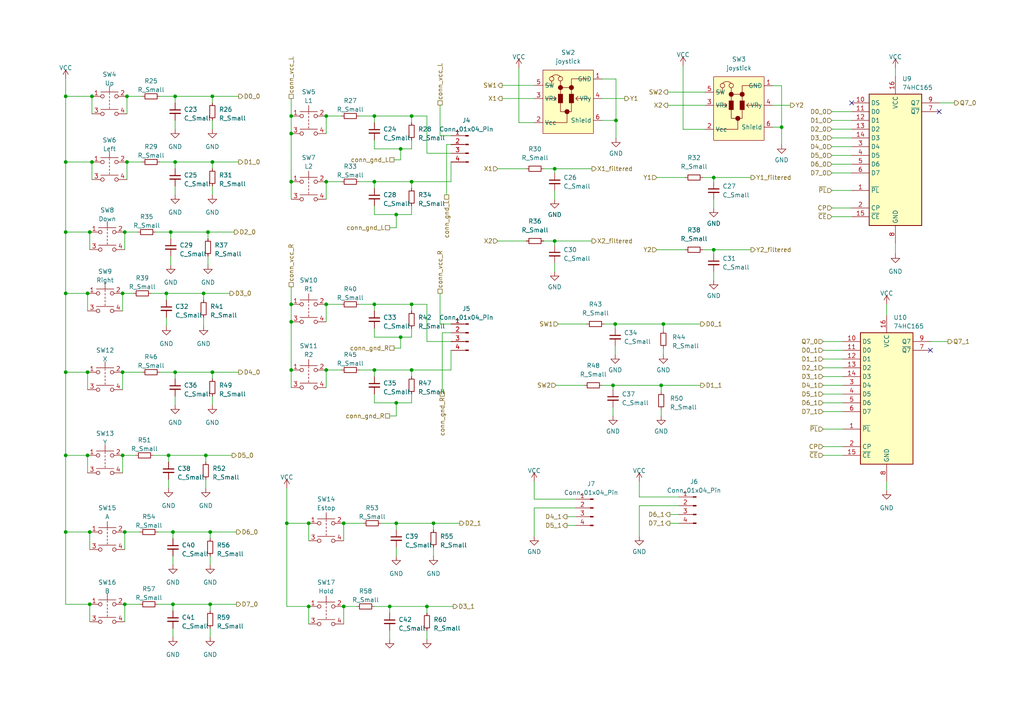
<source format=kicad_sch>
(kicad_sch (version 20231120) (generator "eeschema") (generator_version "8.0")
  (paper "A4")
  (lib_symbols
    (symbol "74xx:74HC165"
      (property "Reference" "U" (at -7.62 19.05 0))
      (property "Value" "74HC165" (at -7.62 -21.59 0))
      (symbol "74HC165_1_0"
        (pin input line (at -12.7 -10.16 0) (length 5.08) (name "~{PL}") (number "1"))
        (pin input line (at -12.7 15.24 0) (length 5.08) (name "DS") (number "10"))
        (pin input line (at -12.7 12.7 0) (length 5.08) (name "D0") (number "11"))
        (pin input line (at -12.7 10.16 0) (length 5.08) (name "D1") (number "12"))
        (pin input line (at -12.7 7.62 0) (length 5.08) (name "D2") (number "13"))
        (pin input line (at -12.7 5.08 0) (length 5.08) (name "D3") (number "14"))
        (pin input line (at -12.7 -17.78 0) (length 5.08) (name "~{CE}") (number "15"))
        (pin power_in line (at 0 22.86 270) (length 5.08) (name "VCC") (number "16"))
        (pin input line (at -12.7 -15.24 0) (length 5.08) (name "CP") (number "2"))
        (pin input line (at -12.7 2.54 0) (length 5.08) (name "D4") (number "3"))
        (pin input line (at -12.7 0 0) (length 5.08) (name "D5") (number "4"))
        (pin input line (at -12.7 -2.54 0) (length 5.08) (name "D6") (number "5"))
        (pin input line (at -12.7 -5.08 0) (length 5.08) (name "D7") (number "6"))
        (pin output line (at 12.7 12.7 180) (length 5.08) (name "~{Q7}") (number "7"))
        (pin power_in line (at 0 -25.4 90) (length 5.08) (name "GND") (number "8"))
        (pin output line (at 12.7 15.24 180) (length 5.08) (name "Q7") (number "9"))
      )
    )
    (symbol "Connector:Conn_01x04_Pin" (pin_names (offset 1.016) hide)
      (property "Reference" "J" (at 0 5.08 0))
      (property "Value" "Conn_01x04_Pin" (at 0 -7.62 0))
      (symbol "Conn_01x04_Pin_1_1"
        (pin passive line (at 5.08 2.54 180) (length 3.81) (name "Pin_1") (number "1"))
        (pin passive line (at 5.08 0 180) (length 3.81) (name "Pin_2") (number "2"))
        (pin passive line (at 5.08 -2.54 180) (length 3.81) (name "Pin_3") (number "3"))
        (pin passive line (at 5.08 -5.08 180) (length 3.81) (name "Pin_4") (number "4"))
      )
    )
    (symbol "Device:C_Small" (pin_numbers hide) (pin_names (offset 0.254) hide)
      (property "Reference" "C" (at 0.254 1.778 0))
      (property "Value" "C_Small" (at 0.254 -2.032 0))
      (symbol "C_Small_1_1"
        (pin passive line (at 0 2.54 270) (length 2.032) (name "~") (number "1"))
        (pin passive line (at 0 -2.54 90) (length 2.032) (name "~") (number "2"))
      )
    )
    (symbol "Device:R_Small" (pin_numbers hide) (pin_names (offset 0.254) hide)
      (property "Reference" "R" (at 0.762 0.508 0))
      (property "Value" "R_Small" (at 0.762 -1.016 0))
      (symbol "R_Small_1_1"
        (pin passive line (at 0 2.54 270) (length 0.762) (name "~") (number "1"))
        (pin passive line (at 0 -2.54 90) (length 0.762) (name "~") (number "2"))
      )
    )
    (symbol "IVE:joystick"
      (property "Reference" "SW" (at 1.27 5.08 0))
      (property "Value" "joystick" (at 3.81 2.54 0))
      (symbol "joystick_1_1"
        (pin input line (at 17.1704 -2.5908 180) (length 2.54) (name "GND") (number "1"))
        (pin input line (at -2.54 -15.24 0) (length 2.54) (name "Vcc") (number "2"))
        (pin output line (at -2.54 -8.255 0) (length 2.54) (name "VRx") (number "3"))
        (pin output line (at 17.145 -8.255 180) (length 2.54) (name "VRy") (number "4"))
        (pin output line (at -2.54 -4.445 0) (length 2.54) (name "SW") (number "5"))
        (pin passive line (at 17.145 -14.605 180) (length 2.54) (name "Shield") (number "6"))
      )
    )
    (symbol "Switch:SW_Push_Dual" (pin_names (offset 1.016) hide)
      (property "Reference" "SW" (at 1.27 2.54 0))
      (property "Value" "SW_Push_Dual" (at 0 -6.858 0))
      (symbol "SW_Push_Dual_0_1"
        (pin passive line (at -5.08 0 0) (length 2.54) (name "1") (number "1"))
        (pin passive line (at 5.08 0 180) (length 2.54) (name "2") (number "2"))
        (pin passive line (at -5.08 -5.08 0) (length 2.54) (name "3") (number "3"))
        (pin passive line (at 5.08 -5.08 180) (length 2.54) (name "4") (number "4"))
      )
    )
    (symbol "power:GND" (power) (pin_names (offset 0))
      (property "Value" "GND" (at 0 -3.81 0))
      (symbol "GND_1_1"
        (pin power_in line (at 0 0 270) (length 0) hide (name "GND") (number "1"))
      )
    )
    (symbol "power:VCC" (power) (pin_names (offset 0))
      (property "Value" "VCC" (at 0 3.81 0))
      (symbol "VCC_1_1"
        (pin power_in line (at 0 0 90) (length 0) hide (name "VCC") (number "1"))
      )
    )
  )
  (junction (at 59.055 85.09))
  (junction (at 119.38 88.265))
  (junction (at 108.585 88.265))
  (junction (at 61.595 27.94))
  (junction (at 36.195 175.26))
  (junction (at 125.73 151.765))
  (junction (at 94.615 33.655))
  (junction (at 84.455 93.345))
  (junction (at 84.455 52.705))
  (junction (at 61.595 107.95))
  (junction (at 99.695 175.895))
  (junction (at 89.535 151.765))
  (junction (at 119.38 107.315))
  (junction (at 35.56 85.09))
  (junction (at 177.8 111.76))
  (junction (at 178.6636 34.925))
  (junction (at 192.405 93.98))
  (junction (at 84.455 38.735))
  (junction (at 25.4 132.08))
  (junction (at 207.01 51.4858))
  (junction (at 48.26 85.09))
  (junction (at 160.8836 69.9008))
  (junction (at 84.455 107.315))
  (junction (at 114.935 116.84))
  (junction (at 59.69 132.08))
  (junction (at 108.585 107.315))
  (junction (at 19.05 27.94))
  (junction (at 26.035 67.31))
  (junction (at 108.585 33.655))
  (junction (at 50.8 107.95))
  (junction (at 84.455 33.655))
  (junction (at 19.05 107.95))
  (junction (at 25.4 107.95))
  (junction (at 89.535 175.895))
  (junction (at 36.195 67.31))
  (junction (at 19.05 154.305))
  (junction (at 84.455 88.265))
  (junction (at 35.56 132.08))
  (junction (at 19.05 67.31))
  (junction (at 60.325 67.31))
  (junction (at 114.935 62.23))
  (junction (at 49.53 67.31))
  (junction (at 60.96 175.26))
  (junction (at 25.4 85.09))
  (junction (at 119.38 33.655))
  (junction (at 99.695 151.765))
  (junction (at 26.035 175.26))
  (junction (at 61.595 46.99))
  (junction (at 26.67 46.99))
  (junction (at 36.195 154.305))
  (junction (at 123.825 175.895))
  (junction (at 19.05 85.09))
  (junction (at 178.435 93.98))
  (junction (at 60.96 154.305))
  (junction (at 50.8 27.94))
  (junction (at 50.165 154.305))
  (junction (at 108.585 52.705))
  (junction (at 94.615 107.315))
  (junction (at 26.035 154.305))
  (junction (at 83.185 151.765))
  (junction (at 19.05 132.08))
  (junction (at 50.8 46.99))
  (junction (at 116.205 43.18))
  (junction (at 19.05 46.99))
  (junction (at 113.03 175.895))
  (junction (at 116.205 97.79))
  (junction (at 94.615 52.705))
  (junction (at 36.83 46.99))
  (junction (at 36.83 27.94))
  (junction (at 114.935 151.765))
  (junction (at 48.895 132.08))
  (junction (at 50.165 175.26))
  (junction (at 191.77 111.76))
  (junction (at 26.67 27.94))
  (junction (at 94.615 88.265))
  (junction (at 226.695 36.8808))
  (junction (at 35.56 107.95))
  (junction (at 160.8836 48.9458))
  (junction (at 119.38 52.705))
  (junction (at 207.01 72.4408))
  (no_connect (at 247.015 29.845))
  (no_connect (at 269.875 101.6))
  (no_connect (at 272.415 32.385))
  (wire (pts (xy 108.585 107.315) (xy 119.38 107.315)))
  (wire (pts (xy 60.96 175.26) (xy 60.96 177.165)))
  (wire (pts (xy 36.83 46.99) (xy 36.83 52.07)))
  (wire (pts (xy 190.5 72.4408) (xy 198.755 72.4408)))
  (wire (pts (xy 177.8 118.11) (xy 177.8 120.65)))
  (wire (pts (xy 160.8836 69.9008) (xy 160.8836 71.1708)))
  (wire (pts (xy 127.635 39.37) (xy 130.81 39.37)))
  (wire (pts (xy 45.72 175.26) (xy 50.165 175.26)))
  (wire (pts (xy 130.81 46.99) (xy 130.81 52.705)))
  (wire (pts (xy 160.8836 76.2508) (xy 160.8836 78.7908)))
  (wire (pts (xy 119.38 33.655) (xy 123.825 33.655)))
  (wire (pts (xy 241.3 32.385) (xy 247.015 32.385)))
  (wire (pts (xy 19.05 85.09) (xy 25.4 85.09)))
  (wire (pts (xy 241.3 47.625) (xy 247.015 47.625)))
  (wire (pts (xy 238.76 101.6) (xy 244.475 101.6)))
  (wire (pts (xy 108.585 97.79) (xy 116.205 97.79)))
  (wire (pts (xy 192.405 93.98) (xy 203.2 93.98)))
  (wire (pts (xy 50.165 161.29) (xy 50.165 163.83)))
  (wire (pts (xy 144.3736 69.9008) (xy 152.6286 69.9008)))
  (wire (pts (xy 241.3 60.325) (xy 247.015 60.325)))
  (wire (pts (xy 60.96 182.245) (xy 60.96 184.785)))
  (wire (pts (xy 207.01 57.8358) (xy 207.01 60.3758)))
  (wire (pts (xy 144.3736 48.9458) (xy 152.6286 48.9458)))
  (wire (pts (xy 36.195 175.26) (xy 40.64 175.26)))
  (wire (pts (xy 50.165 175.26) (xy 60.96 175.26)))
  (wire (pts (xy 84.455 38.735) (xy 84.455 52.705)))
  (wire (pts (xy 123.825 33.655) (xy 123.825 44.45)))
  (wire (pts (xy 192.405 100.965) (xy 192.405 102.87)))
  (wire (pts (xy 125.73 151.765) (xy 125.73 153.67)))
  (wire (pts (xy 192.405 93.98) (xy 192.405 95.885)))
  (wire (pts (xy 94.615 88.265) (xy 99.06 88.265)))
  (wire (pts (xy 226.695 24.8666) (xy 226.695 36.8808)))
  (wire (pts (xy 191.77 111.76) (xy 191.77 113.665)))
  (wire (pts (xy 154.94 144.78) (xy 167.005 144.78)))
  (wire (pts (xy 60.325 67.31) (xy 67.945 67.31)))
  (wire (pts (xy 125.73 151.765) (xy 133.35 151.765)))
  (wire (pts (xy 119.38 52.705) (xy 130.81 52.705)))
  (wire (pts (xy 108.585 43.18) (xy 116.205 43.18)))
  (wire (pts (xy 83.185 141.605) (xy 83.185 151.765)))
  (wire (pts (xy 108.585 59.69) (xy 108.585 62.23)))
  (wire (pts (xy 50.165 154.305) (xy 50.165 156.21)))
  (wire (pts (xy 19.05 27.94) (xy 26.67 27.94)))
  (wire (pts (xy 193.675 26.7208) (xy 204.47 26.7208)))
  (wire (pts (xy 119.38 88.265) (xy 119.38 90.17)))
  (wire (pts (xy 207.01 72.4408) (xy 207.01 73.7108)))
  (wire (pts (xy 160.8836 69.9008) (xy 171.6786 69.9008)))
  (wire (pts (xy 49.53 74.295) (xy 49.53 76.835)))
  (wire (pts (xy 178.6636 34.925) (xy 178.6636 40.0558)))
  (wire (pts (xy 61.595 46.99) (xy 61.595 48.895)))
  (wire (pts (xy 84.455 88.265) (xy 84.455 93.345)))
  (wire (pts (xy 35.56 85.09) (xy 38.735 85.09)))
  (wire (pts (xy 46.355 27.94) (xy 50.8 27.94)))
  (wire (pts (xy 178.435 93.98) (xy 178.435 95.25)))
  (wire (pts (xy 84.455 93.345) (xy 84.455 107.315)))
  (wire (pts (xy 127.635 85.09) (xy 127.635 93.98)))
  (wire (pts (xy 61.595 53.975) (xy 61.595 56.515)))
  (wire (pts (xy 36.83 27.94) (xy 41.275 27.94)))
  (wire (pts (xy 26.67 46.99) (xy 26.67 52.07)))
  (wire (pts (xy 26.035 67.31) (xy 26.035 72.39)))
  (wire (pts (xy 61.595 34.925) (xy 61.595 37.465)))
  (wire (pts (xy 154.94 147.32) (xy 154.94 155.575)))
  (wire (pts (xy 94.615 107.315) (xy 99.06 107.315)))
  (wire (pts (xy 25.4 132.08) (xy 25.4 137.16)))
  (wire (pts (xy 89.535 151.765) (xy 89.535 156.845)))
  (wire (pts (xy 50.165 182.245) (xy 50.165 184.785)))
  (wire (pts (xy 50.165 175.26) (xy 50.165 177.165)))
  (wire (pts (xy 114.3 46.355) (xy 116.205 46.355)))
  (wire (pts (xy 19.05 107.95) (xy 19.05 132.08)))
  (wire (pts (xy 123.825 44.45) (xy 130.81 44.45)))
  (wire (pts (xy 224.155 36.8808) (xy 226.695 36.8808)))
  (wire (pts (xy 123.825 88.265) (xy 123.825 99.06)))
  (wire (pts (xy 104.14 107.315) (xy 108.585 107.315)))
  (wire (pts (xy 59.69 139.065) (xy 59.69 141.605)))
  (wire (pts (xy 108.585 33.655) (xy 108.585 35.56)))
  (wire (pts (xy 36.195 154.305) (xy 40.64 154.305)))
  (wire (pts (xy 61.595 114.935) (xy 61.595 117.475)))
  (wire (pts (xy 108.585 175.895) (xy 113.03 175.895)))
  (wire (pts (xy 94.615 52.705) (xy 94.615 57.785)))
  (wire (pts (xy 36.195 154.305) (xy 36.195 159.385)))
  (wire (pts (xy 108.585 88.265) (xy 108.585 90.17)))
  (wire (pts (xy 94.615 33.655) (xy 94.615 38.735)))
  (wire (pts (xy 241.3 62.865) (xy 247.015 62.865)))
  (wire (pts (xy 160.8836 48.9458) (xy 160.8836 50.2158)))
  (wire (pts (xy 19.05 67.31) (xy 26.035 67.31)))
  (wire (pts (xy 60.96 161.29) (xy 60.96 163.83)))
  (wire (pts (xy 50.8 53.975) (xy 50.8 56.515)))
  (wire (pts (xy 257.175 139.7) (xy 257.175 142.24)))
  (wire (pts (xy 123.825 182.88) (xy 123.825 185.42)))
  (wire (pts (xy 259.715 70.485) (xy 259.715 73.66)))
  (wire (pts (xy 123.825 175.895) (xy 123.825 177.8)))
  (wire (pts (xy 48.895 132.08) (xy 59.69 132.08)))
  (wire (pts (xy 108.585 52.705) (xy 119.38 52.705)))
  (wire (pts (xy 45.72 154.305) (xy 50.165 154.305)))
  (wire (pts (xy 35.56 107.95) (xy 35.56 113.03)))
  (wire (pts (xy 123.825 99.06) (xy 130.81 99.06)))
  (wire (pts (xy 178.435 100.33) (xy 178.435 102.87)))
  (wire (pts (xy 269.875 99.06) (xy 274.955 99.06)))
  (wire (pts (xy 226.695 36.8808) (xy 226.695 41.9608)))
  (wire (pts (xy 119.38 107.315) (xy 119.38 109.22)))
  (wire (pts (xy 203.835 51.4858) (xy 207.01 51.4858)))
  (wire (pts (xy 114.935 151.765) (xy 125.73 151.765)))
  (wire (pts (xy 84.455 33.655) (xy 84.455 38.735)))
  (wire (pts (xy 241.3 50.165) (xy 247.015 50.165)))
  (wire (pts (xy 130.81 101.6) (xy 130.81 107.315)))
  (wire (pts (xy 174.625 111.76) (xy 177.8 111.76)))
  (wire (pts (xy 50.8 46.99) (xy 61.595 46.99)))
  (wire (pts (xy 48.26 92.075) (xy 48.26 94.615)))
  (wire (pts (xy 94.615 33.655) (xy 99.06 33.655)))
  (wire (pts (xy 150.495 19.685) (xy 150.495 35.56)))
  (wire (pts (xy 224.1804 24.8666) (xy 226.695 24.8666)))
  (wire (pts (xy 174.6504 22.9108) (xy 178.6636 22.9108)))
  (wire (pts (xy 60.96 175.26) (xy 68.58 175.26)))
  (wire (pts (xy 114.935 66.04) (xy 114.935 62.23)))
  (wire (pts (xy 46.355 46.99) (xy 50.8 46.99)))
  (wire (pts (xy 238.76 104.14) (xy 244.475 104.14)))
  (wire (pts (xy 83.185 151.765) (xy 83.185 175.895)))
  (wire (pts (xy 241.3 40.005) (xy 247.015 40.005)))
  (wire (pts (xy 145.6436 28.575) (xy 154.94 28.575)))
  (wire (pts (xy 154.94 147.32) (xy 167.005 147.32)))
  (wire (pts (xy 207.01 78.7908) (xy 207.01 81.3308)))
  (wire (pts (xy 104.14 88.265) (xy 108.585 88.265)))
  (wire (pts (xy 19.05 22.86) (xy 19.05 27.94)))
  (wire (pts (xy 60.325 67.31) (xy 60.325 69.215)))
  (wire (pts (xy 36.195 67.31) (xy 40.005 67.31)))
  (wire (pts (xy 61.595 107.95) (xy 69.215 107.95)))
  (wire (pts (xy 59.69 132.08) (xy 67.31 132.08)))
  (wire (pts (xy 60.96 154.305) (xy 68.58 154.305)))
  (wire (pts (xy 19.05 85.09) (xy 19.05 107.95)))
  (wire (pts (xy 191.77 111.76) (xy 203.2 111.76)))
  (wire (pts (xy 43.815 85.09) (xy 48.26 85.09)))
  (wire (pts (xy 19.05 154.305) (xy 19.05 175.26)))
  (wire (pts (xy 46.355 107.95) (xy 50.8 107.95)))
  (wire (pts (xy 19.05 132.08) (xy 25.4 132.08)))
  (wire (pts (xy 164.465 149.86) (xy 167.005 149.86)))
  (wire (pts (xy 116.205 43.18) (xy 119.38 43.18)))
  (wire (pts (xy 119.38 59.69) (xy 119.38 62.23)))
  (wire (pts (xy 59.69 132.08) (xy 59.69 133.985)))
  (wire (pts (xy 108.585 107.315) (xy 108.585 109.22)))
  (wire (pts (xy 113.03 120.65) (xy 114.935 120.65)))
  (wire (pts (xy 178.435 93.98) (xy 192.405 93.98)))
  (wire (pts (xy 50.165 154.305) (xy 60.96 154.305)))
  (wire (pts (xy 241.3 55.245) (xy 247.015 55.245)))
  (wire (pts (xy 50.8 34.925) (xy 50.8 37.465)))
  (wire (pts (xy 257.175 88.265) (xy 257.175 91.44)))
  (wire (pts (xy 108.585 95.25) (xy 108.585 97.79)))
  (wire (pts (xy 157.7086 69.9008) (xy 160.8836 69.9008)))
  (wire (pts (xy 272.415 29.845) (xy 276.86 29.845)))
  (wire (pts (xy 84.455 28.575) (xy 84.455 33.655)))
  (wire (pts (xy 89.535 175.895) (xy 89.535 180.975)))
  (wire (pts (xy 19.05 27.94) (xy 19.05 46.99)))
  (wire (pts (xy 116.205 97.79) (xy 119.38 97.79)))
  (wire (pts (xy 174.625 34.925) (xy 178.6636 34.925)))
  (wire (pts (xy 114.935 151.765) (xy 114.935 153.67)))
  (wire (pts (xy 114.935 62.23) (xy 119.38 62.23)))
  (wire (pts (xy 160.8836 55.2958) (xy 160.8836 57.8358)))
  (wire (pts (xy 128.27 96.52) (xy 128.27 113.665)))
  (wire (pts (xy 194.31 149.225) (xy 196.85 149.225)))
  (wire (pts (xy 19.05 67.31) (xy 19.05 85.09)))
  (wire (pts (xy 129.54 41.91) (xy 130.81 41.91)))
  (wire (pts (xy 94.615 52.705) (xy 99.06 52.705)))
  (wire (pts (xy 48.26 85.09) (xy 48.26 86.995)))
  (wire (pts (xy 36.83 46.99) (xy 41.275 46.99)))
  (wire (pts (xy 119.38 33.655) (xy 119.38 35.56)))
  (wire (pts (xy 26.035 154.305) (xy 26.035 159.385)))
  (wire (pts (xy 61.595 27.94) (xy 61.595 29.845)))
  (wire (pts (xy 194.31 151.765) (xy 196.85 151.765)))
  (wire (pts (xy 154.94 139.7) (xy 154.94 144.78)))
  (wire (pts (xy 61.595 107.95) (xy 61.595 109.855)))
  (wire (pts (xy 175.26 93.98) (xy 178.435 93.98)))
  (wire (pts (xy 238.76 116.84) (xy 244.475 116.84)))
  (wire (pts (xy 191.77 118.745) (xy 191.77 120.65)))
  (wire (pts (xy 114.935 116.84) (xy 119.38 116.84)))
  (wire (pts (xy 99.695 151.765) (xy 105.41 151.765)))
  (wire (pts (xy 108.585 52.705) (xy 108.585 54.61)))
  (wire (pts (xy 238.76 119.38) (xy 244.475 119.38)))
  (wire (pts (xy 108.585 62.23) (xy 114.935 62.23)))
  (wire (pts (xy 185.42 146.685) (xy 196.85 146.685)))
  (wire (pts (xy 238.76 106.68) (xy 244.475 106.68)))
  (wire (pts (xy 50.8 46.99) (xy 50.8 48.895)))
  (wire (pts (xy 224.155 30.5308) (xy 229.235 30.5308)))
  (wire (pts (xy 259.715 19.685) (xy 259.715 22.225)))
  (wire (pts (xy 99.695 175.895) (xy 99.695 180.975)))
  (wire (pts (xy 238.76 132.08) (xy 244.475 132.08)))
  (wire (pts (xy 50.8 27.94) (xy 50.8 29.845)))
  (wire (pts (xy 84.455 52.705) (xy 84.455 57.785)))
  (wire (pts (xy 150.495 35.56) (xy 154.94 35.56)))
  (wire (pts (xy 198.12 19.05) (xy 198.12 37.5158)))
  (wire (pts (xy 238.76 109.22) (xy 244.475 109.22)))
  (wire (pts (xy 119.38 52.705) (xy 119.38 54.61)))
  (wire (pts (xy 128.27 96.52) (xy 130.81 96.52)))
  (wire (pts (xy 160.8836 48.9458) (xy 171.6786 48.9458)))
  (wire (pts (xy 238.76 129.54) (xy 244.475 129.54)))
  (wire (pts (xy 238.76 111.76) (xy 244.475 111.76)))
  (wire (pts (xy 185.42 139.7) (xy 185.42 144.145)))
  (wire (pts (xy 241.3 37.465) (xy 247.015 37.465)))
  (wire (pts (xy 50.8 107.95) (xy 50.8 109.855)))
  (wire (pts (xy 19.05 46.99) (xy 19.05 67.31)))
  (wire (pts (xy 50.8 27.94) (xy 61.595 27.94)))
  (wire (pts (xy 238.76 114.3) (xy 244.475 114.3)))
  (wire (pts (xy 48.895 139.065) (xy 48.895 141.605)))
  (wire (pts (xy 83.185 175.895) (xy 89.535 175.895)))
  (wire (pts (xy 185.42 146.685) (xy 185.42 155.575)))
  (wire (pts (xy 108.585 88.265) (xy 119.38 88.265)))
  (wire (pts (xy 59.055 85.09) (xy 59.055 86.995)))
  (wire (pts (xy 114.935 158.75) (xy 114.935 161.29)))
  (wire (pts (xy 36.83 27.94) (xy 36.83 33.02)))
  (wire (pts (xy 203.835 72.4408) (xy 207.01 72.4408)))
  (wire (pts (xy 36.195 67.31) (xy 36.195 72.39)))
  (wire (pts (xy 104.14 33.655) (xy 108.585 33.655)))
  (wire (pts (xy 19.05 46.99) (xy 26.67 46.99)))
  (wire (pts (xy 125.73 158.75) (xy 125.73 161.29)))
  (wire (pts (xy 238.76 124.46) (xy 244.475 124.46)))
  (wire (pts (xy 25.4 107.95) (xy 25.4 113.03)))
  (wire (pts (xy 19.05 132.08) (xy 19.05 154.305)))
  (wire (pts (xy 26.035 175.26) (xy 26.035 180.34)))
  (wire (pts (xy 35.56 85.09) (xy 35.56 90.17)))
  (wire (pts (xy 164.465 152.4) (xy 167.005 152.4)))
  (wire (pts (xy 114.935 120.65) (xy 114.935 116.84)))
  (wire (pts (xy 99.695 151.765) (xy 99.695 156.845)))
  (wire (pts (xy 161.925 93.98) (xy 170.18 93.98)))
  (wire (pts (xy 61.595 27.94) (xy 69.215 27.94)))
  (wire (pts (xy 241.3 45.085) (xy 247.015 45.085)))
  (wire (pts (xy 119.38 88.265) (xy 123.825 88.265)))
  (wire (pts (xy 207.01 72.4408) (xy 217.805 72.4408)))
  (wire (pts (xy 113.03 175.895) (xy 123.825 175.895)))
  (wire (pts (xy 50.8 114.935) (xy 50.8 117.475)))
  (wire (pts (xy 108.585 116.84) (xy 114.935 116.84)))
  (wire (pts (xy 238.76 99.06) (xy 244.475 99.06)))
  (wire (pts (xy 35.56 132.08) (xy 35.56 137.16)))
  (wire (pts (xy 157.7086 48.9458) (xy 160.8836 48.9458)))
  (wire (pts (xy 145.6436 24.765) (xy 154.94 24.765)))
  (wire (pts (xy 113.03 175.895) (xy 113.03 177.8)))
  (wire (pts (xy 50.8 107.95) (xy 61.595 107.95)))
  (wire (pts (xy 174.625 28.575) (xy 181.2036 28.575)))
  (wire (pts (xy 207.01 51.4858) (xy 217.805 51.4858)))
  (wire (pts (xy 19.05 175.26) (xy 26.035 175.26)))
  (wire (pts (xy 104.14 52.705) (xy 108.585 52.705)))
  (wire (pts (xy 108.585 40.64) (xy 108.585 43.18)))
  (wire (pts (xy 241.3 42.545) (xy 247.015 42.545)))
  (wire (pts (xy 48.895 132.08) (xy 48.895 133.985)))
  (wire (pts (xy 45.085 67.31) (xy 49.53 67.31)))
  (wire (pts (xy 49.53 67.31) (xy 49.53 69.215)))
  (wire (pts (xy 129.54 41.91) (xy 129.54 56.515)))
  (wire (pts (xy 84.455 83.185) (xy 84.455 88.265)))
  (wire (pts (xy 119.38 40.64) (xy 119.38 43.18)))
  (wire (pts (xy 108.585 33.655) (xy 119.38 33.655)))
  (wire (pts (xy 110.49 151.765) (xy 114.935 151.765)))
  (wire (pts (xy 119.38 114.3) (xy 119.38 116.84)))
  (wire (pts (xy 44.45 132.08) (xy 48.895 132.08)))
  (wire (pts (xy 59.055 92.075) (xy 59.055 94.615)))
  (wire (pts (xy 26.67 27.94) (xy 26.67 33.02)))
  (wire (pts (xy 48.26 85.09) (xy 59.055 85.09)))
  (wire (pts (xy 60.325 74.295) (xy 60.325 76.835)))
  (wire (pts (xy 61.595 46.99) (xy 69.215 46.99)))
  (wire (pts (xy 190.5 51.4858) (xy 198.755 51.4858)))
  (wire (pts (xy 161.29 111.76) (xy 169.545 111.76)))
  (wire (pts (xy 177.8 111.76) (xy 191.77 111.76)))
  (wire (pts (xy 84.455 107.315) (xy 84.455 112.395)))
  (wire (pts (xy 94.615 107.315) (xy 94.615 112.395)))
  (wire (pts (xy 116.205 100.965) (xy 116.205 97.79)))
  (wire (pts (xy 116.205 46.355) (xy 116.205 43.18)))
  (wire (pts (xy 19.05 154.305) (xy 26.035 154.305)))
  (wire (pts (xy 49.53 67.31) (xy 60.325 67.31)))
  (wire (pts (xy 36.195 175.26) (xy 36.195 180.34)))
  (wire (pts (xy 127.635 93.98) (xy 130.81 93.98)))
  (wire (pts (xy 241.3 34.925) (xy 247.015 34.925)))
  (wire (pts (xy 35.56 132.08) (xy 39.37 132.08)))
  (wire (pts (xy 25.4 85.09) (xy 25.4 90.17)))
  (wire (pts (xy 19.05 107.95) (xy 25.4 107.95)))
  (wire (pts (xy 185.42 144.145) (xy 196.85 144.145)))
  (wire (pts (xy 119.38 107.315) (xy 130.81 107.315)))
  (wire (pts (xy 113.03 66.04) (xy 114.935 66.04)))
  (wire (pts (xy 113.03 182.88) (xy 113.03 185.42)))
  (wire (pts (xy 83.185 151.765) (xy 89.535 151.765)))
  (wire (pts (xy 178.6636 22.9108) (xy 178.6636 34.925)))
  (wire (pts (xy 108.585 114.3) (xy 108.585 116.84)))
  (wire (pts (xy 123.825 175.895) (xy 131.445 175.895)))
  (wire (pts (xy 198.12 37.5158) (xy 204.47 37.5158)))
  (wire (pts (xy 177.8 111.76) (xy 177.8 113.03)))
  (wire (pts (xy 207.01 51.4858) (xy 207.01 52.7558)))
  (wire (pts (xy 193.675 30.5308) (xy 204.47 30.5308)))
  (wire (pts (xy 35.56 107.95) (xy 41.275 107.95)))
  (wire (pts (xy 60.96 154.305) (xy 60.96 156.21)))
  (wire (pts (xy 114.3 100.965) (xy 116.205 100.965)))
  (wire (pts (xy 127.635 30.48) (xy 127.635 39.37)))
  (wire (pts (xy 119.38 95.25) (xy 119.38 97.79)))
  (wire (pts (xy 59.055 85.09) (xy 66.675 85.09)))
  (wire (pts (xy 94.615 88.265) (xy 94.615 93.345)))
  (wire (pts (xy 99.695 175.895) (xy 103.505 175.895)))
  (hierarchical_label "D1_0" (shape output) (at 69.215 46.99 0))
  (hierarchical_label "X1" (shape output) (at 145.6436 28.575 180))
  (hierarchical_label "SW1" (shape output) (at 145.6436 24.765 180))
  (hierarchical_label "D7_0" (shape output) (at 68.58 175.26 0))
  (hierarchical_label "SW2" (shape input) (at 161.29 111.76 180))
  (hierarchical_label "D5_0" (shape input) (at 241.3 45.085 180))
  (hierarchical_label "D0_1" (shape output) (at 203.2 93.98 0))
  (hierarchical_label "conn_gnd_R" (shape passive) (at 113.03 120.65 180))
  (hierarchical_label "CP" (shape input) (at 241.3 60.325 180))
  (hierarchical_label "D1_0" (shape input) (at 241.3 34.925 180))
  (hierarchical_label "Q7_0" (shape output) (at 276.86 29.845 0))
  (hierarchical_label "D7_0" (shape input) (at 241.3 50.165 180))
  (hierarchical_label "CP" (shape input) (at 238.76 129.54 180))
  (hierarchical_label "D4_0" (shape output) (at 69.215 107.95 0))
  (hierarchical_label "SW2" (shape output) (at 193.675 26.7208 180))
  (hierarchical_label "SW1" (shape input) (at 161.925 93.98 180))
  (hierarchical_label "conn_vcc_L" (shape passive) (at 84.455 28.575 90))
  (hierarchical_label "~{CE}" (shape input) (at 241.3 62.865 180))
  (hierarchical_label "conn_gnd_R" (shape passive) (at 128.27 113.665 270))
  (hierarchical_label "Y2_filtered" (shape output) (at 217.805 72.4408 0))
  (hierarchical_label "conn_gnd_R" (shape passive) (at 114.3 100.965 180))
  (hierarchical_label "D4_1" (shape input) (at 238.76 111.76 180))
  (hierarchical_label "conn_vcc_R" (shape passive) (at 127.635 85.09 90))
  (hierarchical_label "D7_1" (shape input) (at 238.76 119.38 180))
  (hierarchical_label "D2_1" (shape output) (at 133.35 151.765 0))
  (hierarchical_label "D0_0" (shape input) (at 241.3 32.385 180))
  (hierarchical_label "D6_0" (shape input) (at 241.3 47.625 180))
  (hierarchical_label "X2" (shape input) (at 144.3736 69.9008 180))
  (hierarchical_label "~{PL}" (shape input) (at 241.3 55.245 180))
  (hierarchical_label "conn_vcc_L" (shape passive) (at 127.635 30.48 90))
  (hierarchical_label "D2_1" (shape input) (at 238.76 106.68 180))
  (hierarchical_label "D4_0" (shape input) (at 241.3 42.545 180))
  (hierarchical_label "D5_1" (shape input) (at 238.76 114.3 180))
  (hierarchical_label "conn_gnd_L" (shape passive) (at 114.3 46.355 180))
  (hierarchical_label "~{CE}" (shape input) (at 238.76 132.08 180))
  (hierarchical_label "D7_1" (shape output) (at 194.31 151.765 180))
  (hierarchical_label "~{PL}" (shape input) (at 238.76 124.46 180))
  (hierarchical_label "X2_filtered" (shape output) (at 171.6786 69.9008 0))
  (hierarchical_label "D1_1" (shape input) (at 238.76 104.14 180))
  (hierarchical_label "D0_0" (shape output) (at 69.215 27.94 0))
  (hierarchical_label "D2_0" (shape input) (at 241.3 37.465 180))
  (hierarchical_label "D5_1" (shape output) (at 164.465 152.4 180))
  (hierarchical_label "conn_gnd_L" (shape passive) (at 129.54 56.515 270))
  (hierarchical_label "D2_0" (shape output) (at 67.945 67.31 0))
  (hierarchical_label "D5_0" (shape output) (at 67.31 132.08 0))
  (hierarchical_label "X1_filtered" (shape output) (at 171.6786 48.9458 0))
  (hierarchical_label "D6_0" (shape output) (at 68.58 154.305 0))
  (hierarchical_label "Y1" (shape output) (at 181.2036 28.575 0))
  (hierarchical_label "Y2" (shape input) (at 190.5 72.4408 180))
  (hierarchical_label "D3_1" (shape input) (at 238.76 109.22 180))
  (hierarchical_label "Q7_1" (shape output) (at 274.955 99.06 0))
  (hierarchical_label "Y2" (shape output) (at 229.235 30.5308 0))
  (hierarchical_label "conn_gnd_L" (shape passive) (at 113.03 66.04 180))
  (hierarchical_label "Q7_0" (shape input) (at 238.76 99.06 180))
  (hierarchical_label "D0_1" (shape input) (at 238.76 101.6 180))
  (hierarchical_label "X2" (shape output) (at 193.675 30.5308 180))
  (hierarchical_label "D6_1" (shape output) (at 194.31 149.225 180))
  (hierarchical_label "D1_1" (shape output) (at 203.2 111.76 0))
  (hierarchical_label "conn_vcc_R" (shape passive) (at 84.455 83.185 90))
  (hierarchical_label "Y1_filtered" (shape output) (at 217.805 51.4858 0))
  (hierarchical_label "D3_0" (shape output) (at 66.675 85.09 0))
  (hierarchical_label "D3_1" (shape output) (at 131.445 175.895 0))
  (hierarchical_label "D6_1" (shape input) (at 238.76 116.84 180))
  (hierarchical_label "D3_0" (shape input) (at 241.3 40.005 180))
  (hierarchical_label "Y1" (shape input) (at 190.5 51.4858 180))
  (hierarchical_label "D4_1" (shape output) (at 164.465 149.86 180))
  (hierarchical_label "X1" (shape input) (at 144.3736 48.9458 180))
  (symbol (lib_id "power:GND") (at 160.8836 78.7908 0) (unit 1)
    (property "Reference" "#PWR091" (effects (hide yes)))
    (property "Value" "GND" (at 160.8836 83.2358 0))
  )
  (symbol (lib_id "Device:R_Small") (at 101.6 52.705 90) (unit 1)
    (property "Reference" "R33" (at 101.6 48.26 90))
    (property "Value" "R_Small" (at 101.6 50.8 90))
    (property "Footprint" "Resistor_SMD:R_0603_1608Metric" (effects (hide yes)))
  )
  (symbol (lib_id "power:VCC") (at 19.05 22.86 0) (unit 1)
    (property "Reference" "#PWR079" (effects (hide yes)))
    (property "Value" "VCC" (at 19.05 19.685 0))
  )
  (symbol (lib_id "power:GND") (at 50.165 163.83 0) (unit 1)
    (property "Reference" "#PWR0112" (effects (hide yes)))
    (property "Value" "GND" (at 50.165 168.91 0))
  )
  (symbol (lib_id "power:GND") (at 207.01 60.3758 0) (unit 1)
    (property "Reference" "#PWR087" (effects (hide yes)))
    (property "Value" "GND" (at 207.01 64.8208 0))
  )
  (symbol (lib_id "Device:R_Small") (at 172.085 111.76 90) (unit 1)
    (property "Reference" "R48" (at 172.085 106.045 90))
    (property "Value" "R_Small" (at 172.085 108.585 90))
    (property "Footprint" "Resistor_SMD:R_0603_1608Metric" (effects (hide yes)))
  )
  (symbol (lib_id "Device:C_Small") (at 50.8 112.395 0) (unit 1)
    (property "Reference" "C36" (at 53.34 111.7663 0) (effects (justify left)))
    (property "Value" "C_Small" (at 53.34 114.3063 0) (effects (justify left)))
    (property "Footprint" "Capacitor_SMD:C_0603_1608Metric" (effects (hide yes)))
  )
  (symbol (lib_id "power:GND") (at 48.26 94.615 0) (unit 1)
    (property "Reference" "#PWR094" (effects (hide yes)))
    (property "Value" "GND" (at 48.26 99.695 0))
  )
  (symbol (lib_id "Device:R_Small") (at 101.6 88.265 90) (unit 1)
    (property "Reference" "R40" (at 101.6 83.82 90))
    (property "Value" "R_Small" (at 101.6 86.36 90))
    (property "Footprint" "Resistor_SMD:R_0603_1608Metric" (effects (hide yes)))
  )
  (symbol (lib_id "Switch:SW_Push_Dual") (at 31.115 154.305 0) (unit 1)
    (property "Reference" "SW15" (at 31.115 147.32 0))
    (property "Value" "A" (at 31.115 149.86 0))
    (property "Footprint" "IVE:SW-6-6" (effects (hide yes)))
  )
  (symbol (lib_id "Device:C_Small") (at 108.585 38.1 0) (unit 1)
    (property "Reference" "C24" (at 111.125 37.4713 0) (effects (justify left)))
    (property "Value" "C_Small" (at 111.125 40.0113 0) (effects (justify left)))
    (property "Footprint" "Capacitor_SMD:C_0603_1608Metric" (effects (hide yes)))
  )
  (symbol (lib_id "power:GND") (at 61.595 37.465 0) (unit 1)
    (property "Reference" "#PWR081" (effects (hide yes)))
    (property "Value" "GND" (at 61.595 42.545 0))
  )
  (symbol (lib_id "power:VCC") (at 259.715 19.685 0) (unit 1)
    (property "Reference" "#PWR078" (effects (hide yes)))
    (property "Value" "VCC" (at 259.715 16.51 0))
  )
  (symbol (lib_id "power:GND") (at 49.53 76.835 0) (unit 1)
    (property "Reference" "#PWR089" (effects (hide yes)))
    (property "Value" "GND" (at 49.53 81.915 0))
  )
  (symbol (lib_id "Connector:Conn_01x04_Pin") (at 135.89 41.91 0) (mirror y) (unit 1)
    (property "Reference" "J4" (at 135.255 34.925 0))
    (property "Value" "Conn_01x04_Pin" (at 135.255 37.465 0))
    (property "Footprint" "Connector_PinHeader_2.54mm:PinHeader_1x04_P2.54mm_Vertical" (effects (hide yes)))
  )
  (symbol (lib_id "Device:C_Small") (at 50.8 51.435 0) (unit 1)
    (property "Reference" "C25" (at 53.34 50.8063 0) (effects (justify left)))
    (property "Value" "C_Small" (at 53.34 53.3463 0) (effects (justify left)))
    (property "Footprint" "Capacitor_SMD:C_0603_1608Metric" (effects (hide yes)))
  )
  (symbol (lib_id "Switch:SW_Push_Dual") (at 30.48 132.08 0) (unit 1)
    (property "Reference" "SW13" (at 30.48 125.73 0))
    (property "Value" "Y" (at 30.48 128.27 0))
    (property "Footprint" "IVE:SW-6-6" (effects (hide yes)))
  )
  (symbol (lib_id "Device:C_Small") (at 207.01 76.2508 0) (unit 1)
    (property "Reference" "C31" (at 209.55 74.987 0) (effects (justify left)))
    (property "Value" "C_Small" (at 209.55 77.527 0) (effects (justify left)))
    (property "Footprint" "Capacitor_SMD:C_0603_1608Metric" (effects (hide yes)))
  )
  (symbol (lib_id "Device:C_Small") (at 177.8 115.57 0) (unit 1)
    (property "Reference" "C37" (at 180.34 114.3062 0) (effects (justify left)))
    (property "Value" "C_Small" (at 180.34 116.8462 0) (effects (justify left)))
    (property "Footprint" "Capacitor_SMD:C_0603_1608Metric" (effects (hide yes)))
  )
  (symbol (lib_id "Device:R_Small") (at 61.595 51.435 180) (unit 1)
    (property "Reference" "R31" (at 63.5 50.8 0) (effects (justify right)))
    (property "Value" "R_Small" (at 63.5 53.34 0) (effects (justify right)))
    (property "Footprint" "Resistor_SMD:R_0603_1608Metric" (effects (hide yes)))
  )
  (symbol (lib_id "power:VCC") (at 83.185 141.605 0) (unit 1)
    (property "Reference" "#PWR0106" (effects (hide yes)))
    (property "Value" "VCC" (at 83.185 138.43 0))
  )
  (symbol (lib_id "power:GND") (at 59.055 94.615 0) (unit 1)
    (property "Reference" "#PWR095" (effects (hide yes)))
    (property "Value" "GND" (at 59.055 99.695 0))
  )
  (symbol (lib_id "Switch:SW_Push_Dual") (at 94.615 151.765 0) (unit 1)
    (property "Reference" "SW14" (at 94.615 144.78 0))
    (property "Value" "Estop" (at 94.615 147.32 0))
    (property "Footprint" "IVE:SW-6-6" (effects (hide yes)))
  )
  (symbol (lib_id "Switch:SW_Push_Dual") (at 30.48 85.09 0) (unit 1)
    (property "Reference" "SW9" (at 30.48 78.74 0))
    (property "Value" "Right" (at 30.48 81.28 0))
    (property "Footprint" "IVE:SW-6-6" (effects (hide yes)))
  )
  (symbol (lib_id "power:GND") (at 50.8 56.515 0) (unit 1)
    (property "Reference" "#PWR084" (effects (hide yes)))
    (property "Value" "GND" (at 50.8 61.595 0))
  )
  (symbol (lib_id "Device:C_Small") (at 108.585 92.71 0) (unit 1)
    (property "Reference" "C33" (at 111.125 92.0813 0) (effects (justify left)))
    (property "Value" "C_Small" (at 111.125 94.6213 0) (effects (justify left)))
    (property "Footprint" "Capacitor_SMD:C_0603_1608Metric" (effects (hide yes)))
  )
  (symbol (lib_id "power:VCC") (at 154.94 139.7 0) (unit 1)
    (property "Reference" "#PWR0102" (effects (hide yes)))
    (property "Value" "VCC" (at 154.94 136.525 0))
  )
  (symbol (lib_id "power:VCC") (at 150.495 19.685 0) (unit 1)
    (property "Reference" "#PWR077" (effects (hide yes)))
    (property "Value" "VCC" (at 150.495 16.51 0))
  )
  (symbol (lib_id "Switch:SW_Push_Dual") (at 89.535 88.265 0) (unit 1)
    (property "Reference" "SW10" (at 89.535 81.28 0))
    (property "Value" "R1" (at 89.535 83.82 0))
    (property "Footprint" "IVE:SW-6-6" (effects (hide yes)))
  )
  (symbol (lib_id "Device:R_Small") (at 60.96 158.75 180) (unit 1)
    (property "Reference" "R56" (at 62.865 158.115 0) (effects (justify right)))
    (property "Value" "R_Small" (at 62.865 160.655 0) (effects (justify right)))
    (property "Footprint" "Resistor_SMD:R_0603_1608Metric" (effects (hide yes)))
  )
  (symbol (lib_id "Switch:SW_Push_Dual") (at 31.75 27.94 0) (unit 1)
    (property "Reference" "SW4" (at 31.75 21.59 0))
    (property "Value" "Up" (at 31.75 24.13 0))
    (property "Footprint" "IVE:SW-6-6" (effects (hide yes)))
  )
  (symbol (lib_id "power:GND") (at 123.825 185.42 0) (unit 1)
    (property "Reference" "#PWR0117" (effects (hide yes)))
    (property "Value" "GND" (effects (hide yes)))
  )
  (symbol (lib_id "Device:R_Small") (at 101.6 33.655 90) (unit 1)
    (property "Reference" "R27" (at 101.6 29.21 90))
    (property "Value" "R_Small" (at 101.6 31.75 90))
    (property "Footprint" "Resistor_SMD:R_0603_1608Metric" (effects (hide yes)))
  )
  (symbol (lib_id "power:GND") (at 50.8 117.475 0) (unit 1)
    (property "Reference" "#PWR098" (effects (hide yes)))
    (property "Value" "GND" (at 50.8 122.555 0))
  )
  (symbol (lib_id "power:GND") (at 178.435 102.87 0) (unit 1)
    (property "Reference" "#PWR096" (effects (hide yes)))
    (property "Value" "GND" (at 178.435 107.315 0))
  )
  (symbol (lib_id "power:GND") (at 48.895 141.605 0) (unit 1)
    (property "Reference" "#PWR0104" (effects (hide yes)))
    (property "Value" "GND" (at 48.895 146.685 0))
  )
  (symbol (lib_id "Device:C_Small") (at 160.8836 52.7558 0) (unit 1)
    (property "Reference" "C26" (at 163.4236 51.492 0) (effects (justify left)))
    (property "Value" "C_Small" (at 163.4236 54.032 0) (effects (justify left)))
    (property "Footprint" "Capacitor_SMD:C_0603_1608Metric" (effects (hide yes)))
  )
  (symbol (lib_id "Device:R_Small") (at 59.69 136.525 180) (unit 1)
    (property "Reference" "R52" (at 61.595 135.89 0) (effects (justify right)))
    (property "Value" "R_Small" (at 61.595 138.43 0) (effects (justify right)))
    (property "Footprint" "Resistor_SMD:R_0603_1608Metric" (effects (hide yes)))
  )
  (symbol (lib_id "Device:C_Small") (at 48.26 89.535 0) (unit 1)
    (property "Reference" "C32" (at 50.8 88.9063 0) (effects (justify left)))
    (property "Value" "C_Small" (at 50.8 91.4463 0) (effects (justify left)))
    (property "Footprint" "Capacitor_SMD:C_0603_1608Metric" (effects (hide yes)))
  )
  (symbol (lib_id "power:GND") (at 160.8836 57.8358 0) (unit 1)
    (property "Reference" "#PWR086" (effects (hide yes)))
    (property "Value" "GND" (at 160.8836 62.2808 0))
  )
  (symbol (lib_id "Device:C_Small") (at 160.8836 73.7108 0) (unit 1)
    (property "Reference" "C30" (at 163.4236 72.447 0) (effects (justify left)))
    (property "Value" "C_Small" (at 163.4236 74.987 0) (effects (justify left)))
    (property "Footprint" "Capacitor_SMD:C_0603_1608Metric" (effects (hide yes)))
  )
  (symbol (lib_id "Device:R_Small") (at 201.295 51.4858 90) (unit 1)
    (property "Reference" "R32" (at 201.295 45.7708 90))
    (property "Value" "R_Small" (at 201.295 48.3108 90))
    (property "Footprint" "Resistor_SMD:R_0603_1608Metric" (effects (hide yes)))
  )
  (symbol (lib_id "74xx:74HC165") (at 257.175 114.3 0) (unit 1)
    (property "Reference" "U10" (at 259.1309 92.075 0) (effects (justify left)))
    (property "Value" "74HC165" (at 259.1309 94.615 0) (effects (justify left)))
    (property "Footprint" "Package_SO:SO-16_3.9x9.9mm_P1.27mm" (effects (hide yes)))
    (property "Datasheet" "https://assets.nexperia.com/documents/data-sheet/74HC_HCT165.pdf" (effects (hide yes)))
  )
  (symbol (lib_id "power:GND") (at 60.96 163.83 0) (unit 1)
    (property "Reference" "#PWR0113" (effects (hide yes)))
    (property "Value" "GND" (at 60.96 168.91 0))
  )
  (symbol (lib_id "Device:C_Small") (at 108.585 111.76 0) (unit 1)
    (property "Reference" "C35" (at 111.125 111.1313 0) (effects (justify left)))
    (property "Value" "C_Small" (at 111.125 113.6713 0) (effects (justify left)))
    (property "Footprint" "Capacitor_SMD:C_0603_1608Metric" (effects (hide yes)))
  )
  (symbol (lib_id "Device:R_Small") (at 123.825 180.34 180) (unit 1)
    (property "Reference" "R60" (at 125.73 179.705 0) (effects (justify right)))
    (property "Value" "R_Small" (at 125.73 182.245 0) (effects (justify right)))
    (property "Footprint" "Resistor_SMD:R_0603_1608Metric" (effects (hide yes)))
  )
  (symbol (lib_id "Device:R_Small") (at 60.325 71.755 180) (unit 1)
    (property "Reference" "R37" (at 62.23 71.12 0) (effects (justify right)))
    (property "Value" "R_Small" (at 62.23 73.66 0) (effects (justify right)))
    (property "Footprint" "Resistor_SMD:R_0603_1608Metric" (effects (hide yes)))
  )
  (symbol (lib_id "Device:R_Small") (at 192.405 98.425 180) (unit 1)
    (property "Reference" "R44" (at 194.945 97.79 0) (effects (justify right)))
    (property "Value" "R_Small" (at 194.945 100.33 0) (effects (justify right)))
    (property "Footprint" "Resistor_SMD:R_0603_1608Metric" (effects (hide yes)))
  )
  (symbol (lib_id "power:GND") (at 114.935 161.29 0) (unit 1)
    (property "Reference" "#PWR0110" (effects (hide yes)))
    (property "Value" "GND" (at 114.935 166.37 0))
  )
  (symbol (lib_id "Device:C_Small") (at 178.435 97.79 0) (unit 1)
    (property "Reference" "C34" (at 180.975 96.5262 0) (effects (justify left)))
    (property "Value" "C_Small" (at 180.975 99.0662 0) (effects (justify left)))
    (property "Footprint" "Capacitor_SMD:C_0603_1608Metric" (effects (hide yes)))
  )
  (symbol (lib_id "power:GND") (at 60.325 76.835 0) (unit 1)
    (property "Reference" "#PWR090" (effects (hide yes)))
    (property "Value" "GND" (at 60.325 81.915 0))
  )
  (symbol (lib_id "power:GND") (at 259.715 73.66 0) (unit 1)
    (property "Reference" "#PWR088" (effects (hide yes)))
    (property "Value" "GND" (at 259.715 78.74 0))
  )
  (symbol (lib_id "Connector:Conn_01x04_Pin") (at 201.93 146.685 0) (mirror y) (unit 1)
    (property "Reference" "J6" (at 201.295 139.7 0))
    (property "Value" "Conn_01x04_Pin" (at 201.295 142.24 0))
    (property "Footprint" "Connector_PinHeader_2.54mm:PinHeader_1x04_P2.54mm_Vertical" (effects (hide yes)))
  )
  (symbol (lib_id "Device:R_Small") (at 155.1686 69.9008 90) (unit 1)
    (property "Reference" "R36" (at 155.1686 64.1858 90))
    (property "Value" "R_Small" (at 155.1686 66.7258 90))
    (property "Footprint" "Resistor_SMD:R_0603_1608Metric" (effects (hide yes)))
  )
  (symbol (lib_id "power:GND") (at 154.94 155.575 0) (unit 1)
    (property "Reference" "#PWR0108" (effects (hide yes)))
    (property "Value" "GND" (at 154.94 160.02 0))
  )
  (symbol (lib_id "Switch:SW_Push_Dual") (at 31.75 46.99 0) (unit 1)
    (property "Reference" "SW6" (at 31.75 40.64 0))
    (property "Value" "Left" (at 31.75 43.18 0))
    (property "Footprint" "IVE:SW-6-6" (effects (hide yes)))
  )
  (symbol (lib_id "power:GND") (at 50.165 184.785 0) (unit 1)
    (property "Reference" "#PWR0114" (effects (hide yes)))
    (property "Value" "GND" (at 50.165 189.865 0))
  )
  (symbol (lib_id "Device:C_Small") (at 49.53 71.755 0) (unit 1)
    (property "Reference" "C29" (at 52.07 71.1263 0) (effects (justify left)))
    (property "Value" "C_Small" (at 52.07 73.6663 0) (effects (justify left)))
    (property "Footprint" "Capacitor_SMD:C_0603_1608Metric" (effects (hide yes)))
  )
  (symbol (lib_id "Device:R_Small") (at 41.91 132.08 90) (unit 1)
    (property "Reference" "R51" (at 41.91 127.635 90))
    (property "Value" "R_Small" (at 41.91 130.175 90))
    (property "Footprint" "Resistor_SMD:R_0603_1608Metric" (effects (hide yes)))
  )
  (symbol (lib_id "Switch:SW_Push_Dual") (at 89.535 107.315 0) (unit 1)
    (property "Reference" "SW11" (at 89.535 100.33 0))
    (property "Value" "R2" (at 89.535 102.87 0))
    (property "Footprint" "IVE:SW-6-6" (effects (hide yes)))
  )
  (symbol (lib_id "power:GND") (at 50.8 37.465 0) (unit 1)
    (property "Reference" "#PWR080" (effects (hide yes)))
    (property "Value" "GND" (at 50.8 42.545 0))
  )
  (symbol (lib_id "Device:R_Small") (at 61.595 112.395 180) (unit 1)
    (property "Reference" "R49" (at 63.5 111.76 0) (effects (justify right)))
    (property "Value" "R_Small" (at 63.5 114.3 0) (effects (justify right)))
    (property "Footprint" "Resistor_SMD:R_0603_1608Metric" (effects (hide yes)))
  )
  (symbol (lib_id "Switch:SW_Push_Dual") (at 30.48 107.95 0) (unit 1)
    (property "Reference" "SW12" (at 30.48 101.6 0))
    (property "Value" "X" (at 30.48 104.14 0))
    (property "Footprint" "IVE:SW-6-6" (effects (hide yes)))
  )
  (symbol (lib_id "power:GND") (at 192.405 102.87 0) (unit 1)
    (property "Reference" "#PWR097" (effects (hide yes)))
    (property "Value" "GND" (at 192.405 107.315 0))
  )
  (symbol (lib_id "Device:C_Small") (at 50.8 32.385 0) (unit 1)
    (property "Reference" "C23" (at 53.34 31.7563 0) (effects (justify left)))
    (property "Value" "C_Small" (at 53.34 34.2963 0) (effects (justify left)))
    (property "Footprint" "Capacitor_SMD:C_0603_1608Metric" (effects (hide yes)))
  )
  (symbol (lib_id "power:GND") (at 257.175 142.24 0) (unit 1)
    (property "Reference" "#PWR0107" (effects (hide yes)))
    (property "Value" "GND" (at 257.175 147.32 0))
  )
  (symbol (lib_id "Device:R_Small") (at 107.95 151.765 90) (unit 1)
    (property "Reference" "R53" (at 107.95 147.32 90))
    (property "Value" "R_Small" (at 107.95 149.86 90))
    (property "Footprint" "Resistor_SMD:R_0603_1608Metric" (effects (hide yes)))
  )
  (symbol (lib_id "power:GND") (at 113.03 185.42 0) (unit 1)
    (property "Reference" "#PWR0116" (effects (hide yes)))
    (property "Value" "GND" (effects (hide yes)))
  )
  (symbol (lib_id "power:VCC") (at 198.12 19.05 0) (unit 1)
    (property "Reference" "#PWR076" (effects (hide yes)))
    (property "Value" "VCC" (at 198.12 15.875 0))
  )
  (symbol (lib_id "power:GND") (at 226.695 41.9608 0) (unit 1)
    (property "Reference" "#PWR083" (effects (hide yes)))
    (property "Value" "GND" (at 226.695 46.4058 0))
  )
  (symbol (lib_id "Device:C_Small") (at 108.585 57.15 0) (unit 1)
    (property "Reference" "C28" (at 111.125 56.5213 0) (effects (justify left)))
    (property "Value" "C_Small" (at 111.125 59.0613 0) (effects (justify left)))
    (property "Footprint" "Capacitor_SMD:C_0603_1608Metric" (effects (hide yes)))
  )
  (symbol (lib_id "Device:R_Small") (at 201.295 72.4408 90) (unit 1)
    (property "Reference" "R38" (at 201.295 66.7258 90))
    (property "Value" "R_Small" (at 201.295 69.2658 90))
    (property "Footprint" "Resistor_SMD:R_0603_1608Metric" (effects (hide yes)))
  )
  (symbol (lib_id "Switch:SW_Push_Dual") (at 31.115 67.31 0) (unit 1)
    (property "Reference" "SW8" (at 31.115 60.96 0))
    (property "Value" "Down" (at 31.115 63.5 0))
    (property "Footprint" "IVE:SW-6-6" (effects (hide yes)))
  )
  (symbol (lib_id "power:GND") (at 61.595 117.475 0) (unit 1)
    (property "Reference" "#PWR099" (effects (hide yes)))
    (property "Value" "GND" (at 61.595 122.555 0))
  )
  (symbol (lib_id "Switch:SW_Push_Dual") (at 89.535 52.705 0) (unit 1)
    (property "Reference" "SW7" (at 89.535 45.72 0))
    (property "Value" "L2" (at 89.535 48.26 0))
    (property "Footprint" "IVE:SW-6-6" (effects (hide yes)))
  )
  (symbol (lib_id "power:GND") (at 178.6636 40.0558 0) (unit 1)
    (property "Reference" "#PWR082" (effects (hide yes)))
    (property "Value" "GND" (at 178.6636 44.5008 0))
  )
  (symbol (lib_id "power:GND") (at 125.73 161.29 0) (unit 1)
    (property "Reference" "#PWR0111" (effects (hide yes)))
    (property "Value" "GND" (at 125.73 166.37 0))
  )
  (symbol (lib_id "power:VCC") (at 257.175 88.265 0) (unit 1)
    (property "Reference" "#PWR093" (effects (hide yes)))
    (property "Value" "VCC" (at 257.175 85.09 0))
  )
  (symbol (lib_id "Device:C_Small") (at 48.895 136.525 0) (unit 1)
    (property "Reference" "C38" (at 51.435 135.8963 0) (effects (justify left)))
    (property "Value" "C_Small" (at 51.435 138.4363 0) (effects (justify left)))
    (property "Footprint" "Capacitor_SMD:C_0603_1608Metric" (effects (hide yes)))
  )
  (symbol (lib_id "IVE:joystick") (at 157.48 20.32 0) (unit 1)
    (property "Reference" "SW2" (at 164.7952 15.24 0))
    (property "Value" "joystick" (at 164.7952 17.78 0))
    (property "Footprint" "IVE:joystick2" (effects (hide yes)))
  )
  (symbol (lib_id "Device:R_Small") (at 60.96 179.705 180) (unit 1)
    (property "Reference" "R59" (at 62.865 179.07 0) (effects (justify right)))
    (property "Value" "R_Small" (at 62.865 181.61 0) (effects (justify right)))
    (property "Footprint" "Resistor_SMD:R_0603_1608Metric" (effects (hide yes)))
  )
  (symbol (lib_id "Device:R_Small") (at 42.545 67.31 90) (unit 1)
    (property "Reference" "R35" (at 42.545 62.865 90))
    (property "Value" "R_Small" (at 42.545 65.405 90))
    (property "Footprint" "Resistor_SMD:R_0603_1608Metric" (effects (hide yes)))
  )
  (symbol (lib_id "Device:R_Small") (at 41.275 85.09 90) (unit 1)
    (property "Reference" "R39" (at 41.275 80.645 90))
    (property "Value" "R_Small" (at 41.275 83.185 90))
    (property "Footprint" "Resistor_SMD:R_0603_1608Metric" (effects (hide yes)))
  )
  (symbol (lib_id "power:GND") (at 191.77 120.65 0) (unit 1)
    (property "Reference" "#PWR0101" (effects (hide yes)))
    (property "Value" "GND" (at 191.77 125.095 0))
  )
  (symbol (lib_id "IVE:joystick") (at 207.01 22.2758 0) (unit 1)
    (property "Reference" "SW3" (at 214.3252 17.1958 0))
    (property "Value" "joystick" (at 214.3252 19.7358 0))
    (property "Footprint" "IVE:joystick2" (effects (hide yes)))
  )
  (symbol (lib_id "Device:C_Small") (at 113.03 180.34 0) (unit 1)
    (property "Reference" "C42" (at 115.57 179.7113 0) (effects (justify left)))
    (property "Value" "C_Small" (at 115.57 182.2513 0) (effects (justify left)))
    (property "Footprint" "Capacitor_SMD:C_0603_1608Metric" (effects (hide yes)))
  )
  (symbol (lib_id "power:VCC") (at 185.42 139.7 0) (unit 1)
    (property "Reference" "#PWR0103" (effects (hide yes)))
    (property "Value" "VCC" (at 185.42 136.525 0))
  )
  (symbol (lib_id "Device:R_Small") (at 61.595 32.385 180) (unit 1)
    (property "Reference" "R26" (at 63.5 31.75 0) (effects (justify right)))
    (property "Value" "R_Small" (at 63.5 34.29 0) (effects (justify right)))
    (property "Footprint" "Resistor_SMD:R_0603_1608Metric" (effects (hide yes)))
  )
  (symbol (lib_id "Device:R_Small") (at 119.38 111.76 180) (unit 1)
    (property "Reference" "R47" (at 121.285 111.125 0) (effects (justify right)))
    (property "Value" "R_Small" (at 121.285 113.665 0) (effects (justify right)))
    (property "Footprint" "Resistor_SMD:R_0603_1608Metric" (effects (hide yes)))
  )
  (symbol (lib_id "Switch:SW_Push_Dual") (at 31.115 175.26 0) (unit 1)
    (property "Reference" "SW16" (at 31.115 168.91 0))
    (property "Value" "B" (at 31.115 171.45 0))
    (property "Footprint" "IVE:SW-6-6" (effects (hide yes)))
  )
  (symbol (lib_id "power:GND") (at 207.01 81.3308 0) (unit 1)
    (property "Reference" "#PWR092" (effects (hide yes)))
    (property "Value" "GND" (at 207.01 85.7758 0))
  )
  (symbol (lib_id "Device:R_Small") (at 119.38 38.1 180) (unit 1)
    (property "Reference" "R28" (at 121.285 37.465 0) (effects (justify right)))
    (property "Value" "R_Small" (at 121.285 40.005 0) (effects (justify right)))
    (property "Footprint" "Resistor_SMD:R_0603_1608Metric" (effects (hide yes)))
  )
  (symbol (lib_id "Device:R_Small") (at 119.38 57.15 180) (unit 1)
    (property "Reference" "R34" (at 121.285 56.515 0) (effects (justify right)))
    (property "Value" "R_Small" (at 121.285 59.055 0) (effects (justify right)))
    (property "Footprint" "Resistor_SMD:R_0603_1608Metric" (effects (hide yes)))
  )
  (symbol (lib_id "74xx:74HC165") (at 259.715 45.085 0) (unit 1)
    (property "Reference" "U9" (at 261.6709 22.86 0) (effects (justify left)))
    (property "Value" "74HC165" (at 261.6709 25.4 0) (effects (justify left)))
    (property "Footprint" "Package_SO:SO-16_3.9x9.9mm_P1.27mm" (effects (hide yes)))
    (property "Datasheet" "https://assets.nexperia.com/documents/data-sheet/74HC_HCT165.pdf" (effects (hide yes)))
  )
  (symbol (lib_id "Device:R_Small") (at 101.6 107.315 90) (unit 1)
    (property "Reference" "R45" (at 101.6 102.87 90))
    (property "Value" "R_Small" (at 101.6 105.41 90))
    (property "Footprint" "Resistor_SMD:R_0603_1608Metric" (effects (hide yes)))
  )
  (symbol (lib_id "Device:R_Small") (at 125.73 156.21 180) (unit 1)
    (property "Reference" "R55" (at 127.635 155.575 0) (effects (justify right)))
    (property "Value" "R_Small" (at 127.635 158.115 0) (effects (justify right)))
    (property "Footprint" "Resistor_SMD:R_0603_1608Metric" (effects (hide yes)))
  )
  (symbol (lib_id "Device:C_Small") (at 114.935 156.21 0) (unit 1)
    (property "Reference" "C39" (at 117.475 155.5813 0) (effects (justify left)))
    (property "Value" "C_Small" (at 117.475 158.1213 0) (effects (justify left)))
    (property "Footprint" "Capacitor_SMD:C_0603_1608Metric" (effects (hide yes)))
  )
  (symbol (lib_id "Switch:SW_Push_Dual") (at 94.615 175.895 0) (unit 1)
    (property "Reference" "SW17" (at 94.615 168.91 0))
    (property "Value" "Hold" (at 94.615 171.45 0))
    (property "Footprint" "IVE:SW-6-6" (effects (hide yes)))
  )
  (symbol (lib_id "Device:R_Small") (at 43.815 46.99 90) (unit 1)
    (property "Reference" "R29" (at 43.815 42.545 90))
    (property "Value" "R_Small" (at 43.815 45.085 90))
    (property "Footprint" "Resistor_SMD:R_0603_1608Metric" (effects (hide yes)))
  )
  (symbol (lib_id "power:GND") (at 60.96 184.785 0) (unit 1)
    (property "Reference" "#PWR0115" (effects (hide yes)))
    (property "Value" "GND" (at 60.96 189.865 0))
  )
  (symbol (lib_id "Switch:SW_Push_Dual") (at 89.535 33.655 0) (unit 1)
    (property "Reference" "SW5" (at 89.535 26.67 0))
    (property "Value" "L1" (at 89.535 29.21 0))
    (property "Footprint" "IVE:SW-6-6" (effects (hide yes)))
  )
  (symbol (lib_id "Device:R_Small") (at 43.18 154.305 90) (unit 1)
    (property "Reference" "R54" (at 43.18 149.86 90))
    (property "Value" "R_Small" (at 43.18 152.4 90))
    (property "Footprint" "Resistor_SMD:R_0603_1608Metric" (effects (hide yes)))
  )
  (symbol (lib_id "Connector:Conn_01x04_Pin") (at 135.89 96.52 0) (mirror y) (unit 1)
    (property "Reference" "J5" (at 135.255 89.535 0))
    (property "Value" "Conn_01x04_Pin" (at 135.255 92.075 0))
    (property "Footprint" "Connector_PinHeader_2.54mm:PinHeader_1x04_P2.54mm_Vertical" (effects (hide yes)))
  )
  (symbol (lib_id "Connector:Conn_01x04_Pin") (at 172.085 147.32 0) (mirror y) (unit 1)
    (property "Reference" "J7" (at 171.45 140.335 0))
    (property "Value" "Conn_01x04_Pin" (at 171.45 142.875 0))
    (property "Footprint" "Connector_PinHeader_2.54mm:PinHeader_1x04_P2.54mm_Vertical" (effects (hide yes)))
  )
  (symbol (lib_id "Device:R_Small") (at 43.18 175.26 90) (unit 1)
    (property "Reference" "R57" (at 43.18 170.815 90))
    (property "Value" "R_Small" (at 43.18 173.355 90))
    (property "Footprint" "Resistor_SMD:R_0603_1608Metric" (effects (hide yes)))
  )
  (symbol (lib_id "power:GND") (at 61.595 56.515 0) (unit 1)
    (property "Reference" "#PWR085" (effects (hide yes)))
    (property "Value" "GND" (at 61.595 61.595 0))
  )
  (symbol (lib_id "Device:R_Small") (at 59.055 89.535 180) (unit 1)
    (property "Reference" "R41" (at 60.96 88.9 0) (effects (justify right)))
    (property "Value" "R_Small" (at 60.96 91.44 0) (effects (justify right)))
    (property "Footprint" "Resistor_SMD:R_0603_1608Metric" (effects (hide yes)))
  )
  (symbol (lib_id "Device:C_Small") (at 50.165 158.75 0) (unit 1)
    (property "Reference" "C40" (at 52.705 158.1213 0) (effects (justify left)))
    (property "Value" "C_Small" (at 52.705 160.6613 0) (effects (justify left)))
    (property "Footprint" "Capacitor_SMD:C_0603_1608Metric" (effects (hide yes)))
  )
  (symbol (lib_id "Device:R_Small") (at 191.77 116.205 180) (unit 1)
    (property "Reference" "R50" (at 194.31 115.57 0) (effects (justify right)))
    (property "Value" "R_Small" (at 194.31 118.11 0) (effects (justify right)))
    (property "Footprint" "Resistor_SMD:R_0603_1608Metric" (effects (hide yes)))
  )
  (symbol (lib_id "power:GND") (at 177.8 120.65 0) (unit 1)
    (property "Reference" "#PWR0100" (effects (hide yes)))
    (property "Value" "GND" (at 177.8 125.095 0))
  )
  (symbol (lib_id "Device:C_Small") (at 207.01 55.2958 0) (unit 1)
    (property "Reference" "C27" (at 209.55 54.032 0) (effects (justify left)))
    (property "Value" "C_Small" (at 209.55 56.572 0) (effects (justify left)))
    (property "Footprint" "Capacitor_SMD:C_0603_1608Metric" (effects (hide yes)))
  )
  (symbol (lib_id "Device:C_Small") (at 50.165 179.705 0) (unit 1)
    (property "Reference" "C41" (at 52.705 179.0763 0) (effects (justify left)))
    (property "Value" "C_Small" (at 52.705 181.6163 0) (effects (justify left)))
    (property "Footprint" "Capacitor_SMD:C_0603_1608Metric" (effects (hide yes)))
  )
  (symbol (lib_id "Device:R_Small") (at 172.72 93.98 90) (unit 1)
    (property "Reference" "R43" (at 172.72 88.265 90))
    (property "Value" "R_Small" (at 172.72 90.805 90))
    (property "Footprint" "Resistor_SMD:R_0603_1608Metric" (effects (hide yes)))
  )
  (symbol (lib_id "Device:R_Small") (at 43.815 27.94 90) (unit 1)
    (property "Reference" "R25" (at 43.815 23.495 90))
    (property "Value" "R_Small" (at 43.815 26.035 90))
    (property "Footprint" "Resistor_SMD:R_0603_1608Metric" (effects (hide yes)))
  )
  (symbol (lib_id "power:GND") (at 185.42 155.575 0) (unit 1)
    (property "Reference" "#PWR0109" (effects (hide yes)))
    (property "Value" "GND" (at 185.42 160.02 0))
  )
  (symbol (lib_id "Device:R_Small") (at 43.815 107.95 90) (unit 1)
    (property "Reference" "R46" (at 43.815 103.505 90))
    (property "Value" "R_Small" (at 43.815 106.045 90))
    (property "Footprint" "Resistor_SMD:R_0603_1608Metric" (effects (hide yes)))
  )
  (symbol (lib_id "Device:R_Small") (at 119.38 92.71 180) (unit 1)
    (property "Reference" "R42" (at 121.285 92.075 0) (effects (justify right)))
    (property "Value" "R_Small" (at 121.285 94.615 0) (effects (justify right)))
    (property "Footprint" "Resistor_SMD:R_0603_1608Metric" (effects (hide yes)))
  )
  (symbol (lib_id "power:GND") (at 59.69 141.605 0) (unit 1)
    (property "Reference" "#PWR0105" (effects (hide yes)))
    (property "Value" "GND" (at 59.69 146.685 0))
  )
  (symbol (lib_id "Device:R_Small") (at 106.045 175.895 90) (unit 1)
    (property "Reference" "R58" (at 106.045 171.45 90))
    (property "Value" "R_Small" (at 106.045 173.99 90))
    (property "Footprint" "Resistor_SMD:R_0603_1608Metric" (effects (hide yes)))
  )
  (symbol (lib_id "Device:R_Small") (at 155.1686 48.9458 90) (unit 1)
    (property "Reference" "R30" (at 155.1686 43.2308 90))
    (property "Value" "R_Small" (at 155.1686 45.7708 90))
    (property "Footprint" "Resistor_SMD:R_0603_1608Metric" (effects (hide yes)))
  )
)
</source>
